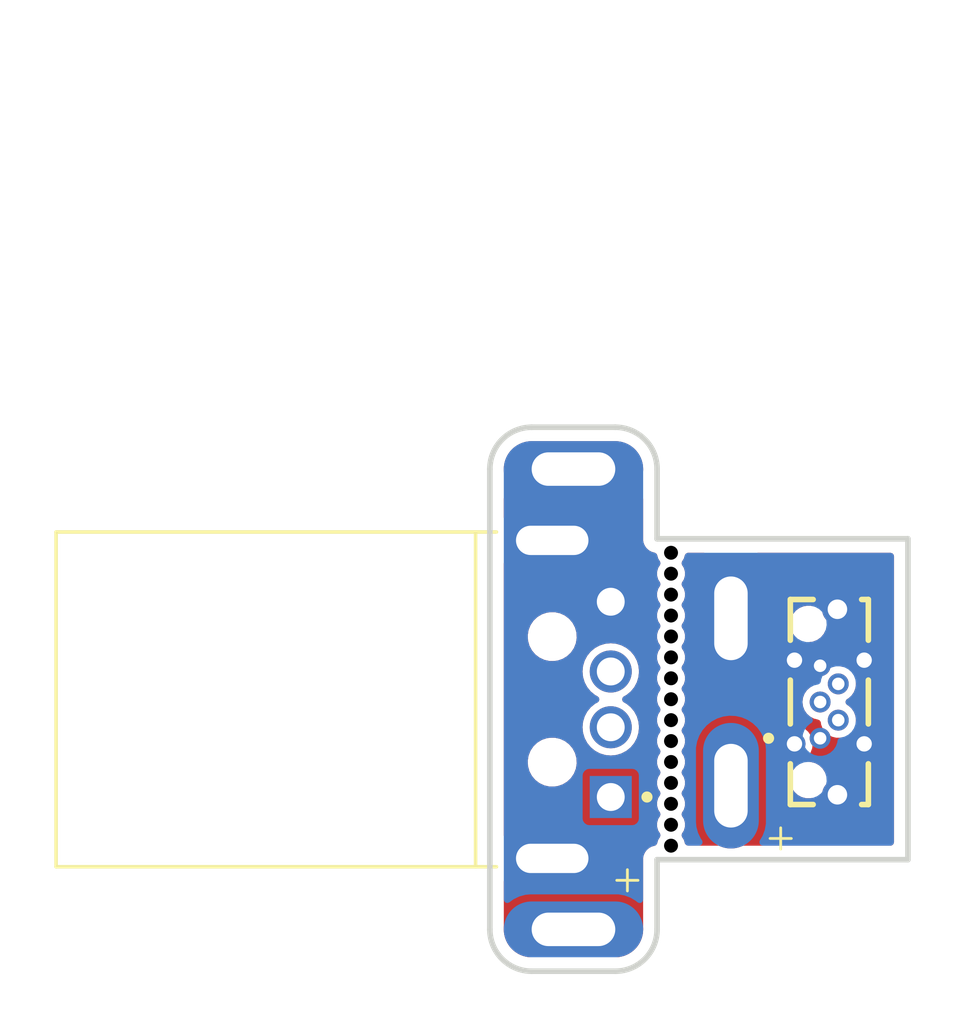
<source format=kicad_pcb>
(kicad_pcb (version 20221018) (generator pcbnew)
  (layers (0 "F.Cu" signal) (31 "B.Cu" signal) (34 "B.Paste" user) (35 "F.Paste" user) (36 "B.SilkS" user "B.Silkscreen") (37 "F.SilkS" user "F.Silkscreen") (38 "B.Mask" user) (39 "F.Mask" user) (44 "Edge.Cuts" user))
  (net 0 "")
  (net 6 "Net-(J1-VCC)")
  (net 7 "Net-(J1-GND)")
  (footprint "USB3150-30-130-A:GCT_USB3150-30-130-A" (layer "F.Cu") (at 129 60.35 90)
    (fp_text reference "J2" hide)
    (fp_text value "USB3150-30-130-A")
    (fp_line (start -3.675 -1.72) (end -3.675 -0.9) (stroke (width 0.2)) (layer "F.SilkS"))
    (fp_line (start -3.675 -1.72) (end -2.215 -1.72) (stroke (width 0.2)) (layer "F.SilkS"))
    (fp_line (start -3.675 0.84) (end -3.675 1.08) (stroke (width 0.2)) (layer "F.SilkS"))
    (fp_line (start -3.675 1.08) (end -2.215 1.08) (stroke (width 0.2)) (layer "F.SilkS"))
    (fp_line (start -0.785 -1.72) (end 0.785 -1.72) (stroke (width 0.2)) (layer "F.SilkS"))
    (fp_line (start -0.785 1.08) (end 0.785 1.08) (stroke (width 0.2)) (layer "F.SilkS"))
    (fp_line (start 2.215 -1.72) (end 3.675 -1.72) (stroke (width 0.2)) (layer "F.SilkS"))
    (fp_line (start 2.215 1.08) (end 3.675 1.08) (stroke (width 0.2)) (layer "F.SilkS"))
    (fp_line (start 3.675 -1.72) (end 3.675 -0.9) (stroke (width 0.2)) (layer "F.SilkS"))
    (fp_line (start 3.675 0.84) (end 3.675 1.08) (stroke (width 0.2)) (layer "F.SilkS"))
    (fp_circle (center -1.3 -2.5) (end -1.2 -2.5) (stroke (width 0.2)) (fill none) (layer "F.SilkS"))
    (pad "" np_thru_hole circle (at -2.8 -1.07 90) (size 0.8 0.8) (drill 0.8) (layers "*.Cu" "*.Mask"))
    (pad "" np_thru_hole circle (at 2.8 -1.07 90) (size 0.8 0.8) (drill 0.8) (layers "*.Cu" "*.Mask"))
    (pad "1" thru_hole circle (at -1.3 -0.65 90) (size 0.75 0.75) (drill 0.45) (layers "*.Cu" "*.Mask") (net 6 "Net-(J1-VCC)"))
    (pad "2" thru_hole circle (at -0.65 0 90) (size 0.75 0.75) (drill 0.45) (layers "*.Cu" "*.Mask"))
    (pad "3" thru_hole circle (at 0 -0.65 90) (size 0.75 0.75) (drill 0.45) (layers "*.Cu" "*.Mask"))
    (pad "4" thru_hole circle (at 0.65 0 90) (size 0.75 0.75) (drill 0.45) (layers "*.Cu" "*.Mask"))
    (pad "5" thru_hole circle (at 1.3 -0.65 90) (size 0.75 0.75) (drill 0.45) (layers "*.Cu" "*.Mask") (net 7 "Net-(J1-GND)"))
    (pad "S1" thru_hole circle (at -1.5 -1.57 90) (size 0.79 0.79) (drill 0.55) (layers "*.Cu" "*.Mask") (net 7 "Net-(J1-GND)"))
    (pad "S2" thru_hole circle (at 1.5 -1.57 90) (size 0.79 0.79) (drill 0.55) (layers "*.Cu" "*.Mask") (net 7 "Net-(J1-GND)"))
    (pad "S3" thru_hole circle (at -1.5 0.93 90) (size 0.79 0.79) (drill 0.55) (layers "*.Cu" "*.Mask") (net 7 "Net-(J1-GND)"))
    (pad "S4" thru_hole circle (at 1.5 0.93 90) (size 0.79 0.79) (drill 0.55) (layers "*.Cu" "*.Mask") (net 7 "Net-(J1-GND)"))
    (pad "S5" thru_hole circle (at -3.325 -0.03 90) (size 1.1 1.1) (drill 0.7) (layers "*.Cu" "*.Mask") (net 7 "Net-(J1-GND)"))
    (pad "S6" thru_hole circle (at 3.325 -0.03 90) (size 1.1 1.1) (drill 0.7) (layers "*.Cu" "*.Mask") (net 7 "Net-(J1-GND)"))
  )
  (footprint "TestPoint:TestPoint_THTPad_D3.0mm_Drill1.5mm" (layer "F.Cu") (at 123 60.25 180)
    (fp_text reference "TP3" hide)
    (fp_text value "TestPoint_Small")
    (pad "" np_thru_hole circle (at 0 0 180) (size 0.5 0.5) (drill 0.5) (layers "*.Mask"))
  )
  (footprint "TestPoint:TestPoint_THTPad_D3.0mm_Drill1.5mm" (layer "F.Cu") (at 123 57.25 180)
    (fp_text reference "TP3" hide)
    (fp_text value "TestPoint_Small")
    (pad "" np_thru_hole circle (at 0 0 180) (size 0.5 0.5) (drill 0.5) (layers "*.Mask"))
  )
  (footprint "TestPoint:TestPoint_THTPad_D3.0mm_Drill1.5mm" (layer "F.Cu") (at 123 64 180)
    (fp_text reference "TP3" hide)
    (fp_text value "TestPoint_Small")
    (pad "" np_thru_hole circle (at 0 0 180) (size 0.5 0.5) (drill 0.5) (layers "*.Mask"))
  )
  (footprint "TestPoint:TestPoint_THTPad_D3.0mm_Drill1.5mm" (layer "F.Cu") (at 123 55 180)
    (fp_text reference "TP3" hide)
    (fp_text value "TestPoint_Small")
    (pad "" np_thru_hole circle (at 0 0 180) (size 0.5 0.5) (drill 0.5) (layers "*.Mask"))
  )
  (footprint "TestPoint:TestPoint_THTPad_D3.0mm_Drill1.5mm" (layer "F.Cu") (at 119.5 68.5)
    (fp_text reference "TP1" hide)
    (fp_text value "TestPoint_Small")
    (pad "1" thru_hole oval (at 0 0) (size 5 2) (drill oval 3 1.2) (layers "*.Cu" "*.Mask") (net 6 "Net-(J1-VCC)"))
  )
  (footprint "TestPoint:TestPoint_THTPad_D3.0mm_Drill1.5mm" (layer "F.Cu") (at 125.15 63.35 180)
    (fp_text reference "TP3" hide)
    (fp_text value "TestPoint_Small")
    (pad "1" thru_hole oval (at 0 0 180) (size 2 4.5) (drill oval 1.2 3) (layers "*.Cu" "*.Mask") (net 6 "Net-(J1-VCC)"))
  )
  (footprint "TestPoint:TestPoint_THTPad_D3.0mm_Drill1.5mm" (layer "F.Cu") (at 123 56.5 180)
    (fp_text reference "TP3" hide)
    (fp_text value "TestPoint_Small")
    (pad "" np_thru_hole circle (at 0 0 180) (size 0.5 0.5) (drill 0.5) (layers "*.Mask"))
  )
  (footprint "TestPoint:TestPoint_THTPad_D3.0mm_Drill1.5mm" (layer "F.Cu") (at 125.15 57.35 180)
    (fp_text reference "TP4" hide)
    (fp_text value "TestPoint_Small")
    (pad "1" thru_hole oval (at 0 0 180) (size 2 4.5) (drill oval 1.2 3) (layers "*.Cu" "*.Mask") (net 7 "Net-(J1-GND)"))
  )
  (footprint "TestPoint:TestPoint_THTPad_D3.0mm_Drill1.5mm" (layer "F.Cu") (at 123 63.25 180)
    (fp_text reference "TP3" hide)
    (fp_text value "TestPoint_Small")
    (pad "" np_thru_hole circle (at 0 0 180) (size 0.5 0.5) (drill 0.5) (layers "*.Mask"))
  )
  (footprint "TestPoint:TestPoint_THTPad_D3.0mm_Drill1.5mm" (layer "F.Cu") (at 119.5 52)
    (fp_text reference "TP2" hide)
    (fp_text value "TestPoint_Small")
    (pad "1" thru_hole oval (at 0 0) (size 5 2) (drill oval 3 1.2) (layers "*.Cu" "*.Mask") (net 7 "Net-(J1-GND)"))
  )
  (footprint "TestPoint:TestPoint_THTPad_D3.0mm_Drill1.5mm" (layer "F.Cu") (at 123 61 180)
    (fp_text reference "TP3" hide)
    (fp_text value "TestPoint_Small")
    (pad "" np_thru_hole circle (at 0 0 180) (size 0.5 0.5) (drill 0.5) (layers "*.Mask"))
  )
  (footprint "TestPoint:TestPoint_THTPad_D3.0mm_Drill1.5mm" (layer "F.Cu") (at 123 58.75 180)
    (fp_text reference "TP3" hide)
    (fp_text value "TestPoint_Small")
    (pad "" np_thru_hole circle (at 0 0 180) (size 0.5 0.5) (drill 0.5) (layers "*.Mask"))
  )
  (footprint "TestPoint:TestPoint_THTPad_D3.0mm_Drill1.5mm" (layer "F.Cu") (at 123 61.75 180)
    (fp_text reference "TP3" hide)
    (fp_text value "TestPoint_Small")
    (pad "" np_thru_hole circle (at 0 0 180) (size 0.5 0.5) (drill 0.5) (layers "*.Mask"))
  )
  (footprint "TestPoint:TestPoint_THTPad_D3.0mm_Drill1.5mm" (layer "F.Cu") (at 123 65.5 180)
    (fp_text reference "TP3" hide)
    (fp_text value "TestPoint_Small")
    (pad "" np_thru_hole circle (at 0 0 180) (size 0.5 0.5) (drill 0.5) (layers "*.Mask"))
  )
  (footprint "TestPoint:TestPoint_THTPad_D3.0mm_Drill1.5mm" (layer "F.Cu") (at 123 59.5 180)
    (fp_text reference "TP3" hide)
    (fp_text value "TestPoint_Small")
    (pad "" np_thru_hole circle (at 0 0 180) (size 0.5 0.5) (drill 0.5) (layers "*.Mask"))
  )
  (footprint "TestPoint:TestPoint_THTPad_D3.0mm_Drill1.5mm" (layer "F.Cu") (at 123 55.75 180)
    (fp_text reference "TP3" hide)
    (fp_text value "TestPoint_Small")
    (pad "" np_thru_hole circle (at 0 0 180) (size 0.5 0.5) (drill 0.5) (layers "*.Mask"))
  )
  (footprint "TestPoint:TestPoint_THTPad_D3.0mm_Drill1.5mm" (layer "F.Cu") (at 123 62.5 180)
    (fp_text reference "TP3" hide)
    (fp_text value "TestPoint_Small")
    (pad "" np_thru_hole circle (at 0 0 180) (size 0.5 0.5) (drill 0.5) (layers "*.Mask"))
  )
  (footprint "TestPoint:TestPoint_THTPad_D3.0mm_Drill1.5mm" (layer "F.Cu") (at 123 64.75 180)
    (fp_text reference "TP3" hide)
    (fp_text value "TestPoint_Small")
    (pad "" np_thru_hole circle (at 0 0 180) (size 0.5 0.5) (drill 0.5) (layers "*.Mask"))
  )
  (footprint "TestPoint:TestPoint_THTPad_D3.0mm_Drill1.5mm" (layer "F.Cu") (at 123 58 180)
    (fp_text reference "TP3" hide)
    (fp_text value "TestPoint_Small")
    (pad "" np_thru_hole circle (at 0 0 180) (size 0.5 0.5) (drill 0.5) (layers "*.Mask"))
  )
  (footprint "48037-0001:MOLEX_48037-0001" (layer "F.Cu") (at 118.7375 60.25575 -90)
    (fp_text reference "J1" hide)
    (fp_text value "48037-0001")
    (fp_line (start -6 2) (end -6 2.75) (stroke (width 0.127)) (layer "F.SilkS"))
    (fp_line (start -6 2.75) (end -6 17.8) (stroke (width 0.127)) (layer "F.SilkS"))
    (fp_line (start -6 2.75) (end 6 2.75) (stroke (width 0.127)) (layer "F.SilkS"))
    (fp_line (start -6 17.8) (end 6 17.8) (stroke (width 0.127)) (layer "F.SilkS"))
    (fp_line (start 6 2.75) (end 6 2) (stroke (width 0.127)) (layer "F.SilkS"))
    (fp_line (start 6 17.8) (end 6 2.75) (stroke (width 0.127)) (layer "F.SilkS"))
    (fp_circle (center 3.5 -3.4) (end 3.6 -3.4) (stroke (width 0.2)) (fill none) (layer "F.SilkS"))
    (pad "" np_thru_hole circle (at -2.25 0 270) (size 1.25 1.25) (drill 1.25) (layers "*.Cu" "*.Mask"))
    (pad "" np_thru_hole circle (at 2.25 0 270) (size 1.25 1.25) (drill 1.25) (layers "*.Cu" "*.Mask"))
    (pad "1" thru_hole rect (at 3.5 -2.1 270) (size 1.508 1.508) (drill 1) (layers "*.Cu" "*.Mask") (net 6 "Net-(J1-VCC)"))
    (pad "2" thru_hole circle (at 1 -2.1 270) (size 1.508 1.508) (drill 1) (layers "*.Cu" "*.Mask"))
    (pad "3" thru_hole circle (at -1 -2.1 270) (size 1.508 1.508) (drill 1) (layers "*.Cu" "*.Mask"))
    (pad "4" thru_hole circle (at -3.5 -2.1 270) (size 1.508 1.508) (drill 1) (layers "*.Cu" "*.Mask") (net 7 "Net-(J1-GND)"))
    (pad "S1" thru_hole oval (at 5.7 0 270) (size 1.575 3.15) (drill oval 1.05 2.6) (layers "*.Cu" "*.Mask") (net 7 "Net-(J1-GND)"))
    (pad "S2" thru_hole oval (at -5.7 0 270) (size 1.575 3.15) (drill oval 1.05 2.6) (layers "*.Cu" "*.Mask") (net 7 "Net-(J1-GND)"))
  )
  (gr_line (start 131.5 66) (end 122.5 66) (stroke (width 0.2)) (layer "Edge.Cuts"))
  (gr_line (start 122.5 54.5) (end 131.5 54.5) (stroke (width 0.2)) (layer "Edge.Cuts"))
  (gr_line (start 118 50.5) (end 121 50.5) (stroke (width 0.2)) (layer "Edge.Cuts"))
  (gr_arc (start 122.5 68.5) (mid 122.06066 69.56066) (end 121 70) (stroke (width 0.2)) (layer "Edge.Cuts"))
  (gr_arc (start 116.5 52) (mid 116.93934 50.93934) (end 118 50.5) (stroke (width 0.2)) (layer "Edge.Cuts"))
  (gr_line (start 118 70) (end 121 70) (stroke (width 0.2)) (layer "Edge.Cuts"))
  (gr_arc (start 118 70) (mid 116.93934 69.56066) (end 116.5 68.5) (stroke (width 0.2)) (layer "Edge.Cuts"))
  (gr_line (start 122.5 52) (end 122.5 54.5) (stroke (width 0.2)) (layer "Edge.Cuts"))
  (gr_arc (start 121 50.5) (mid 122.06066 50.93934) (end 122.5 52) (stroke (width 0.2)) (layer "Edge.Cuts"))
  (gr_line (start 116.5 52) (end 116.5 68.5) (stroke (width 0.2)) (layer "Edge.Cuts"))
  (gr_line (start 122.5 66) (end 122.5 68.5) (stroke (width 0.2)) (layer "Edge.Cuts"))
  (gr_line (start 131.5 54.5) (end 131.5 66) (stroke (width 0.2)) (layer "Edge.Cuts"))
  (gr_text "+" (at 126.25 65.75) (layer "F.SilkS") (effects (font (size 1 1) (thickness 0.1)) (justify left bottom)))
  (gr_text "+" (at 120.75 67.25) (layer "F.SilkS") (effects (font (size 1 1) (thickness 0.1)) (justify left bottom)))
  (zone (net 6) (net_name "Net-(J1-VCC)") (layer "F.Cu") (priority 1) (connect_pads yes (clearance 0.254)) (min_thickness 0.25) (fill yes (thermal_gap 0.5) (thermal_bridge_width 0.5))
    (polygon (pts (xy 116.25 50.25) (xy 116.25 70.25) (xy 122.75 70.25) (xy 122.75 66.25) (xy 131.75 66.25) (xy 131.75 54.25) (xy 122.75 54.25) (xy 122.75 50.25)))
  )
  (zone (net 7) (net_name "Net-(J1-GND)") (layer "B.Cu") (connect_pads yes (clearance 0.254)) (min_thickness 0.25) (fill yes (thermal_gap 0.5) (thermal_bridge_width 0.5))
    (polygon (pts (xy 116.25 50.25) (xy 116.25 70.25) (xy 122.75 70.25) (xy 122.75 66.25) (xy 131.75 66.25) (xy 131.75 54.25) (xy 122.75 54.25) (xy 122.75 50.25)))
  )
)
</source>
